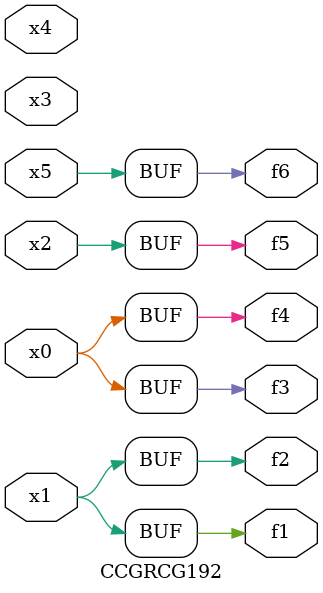
<source format=v>
module CCGRCG192(
	input x0, x1, x2, x3, x4, x5,
	output f1, f2, f3, f4, f5, f6
);
	assign f1 = x1;
	assign f2 = x1;
	assign f3 = x0;
	assign f4 = x0;
	assign f5 = x2;
	assign f6 = x5;
endmodule

</source>
